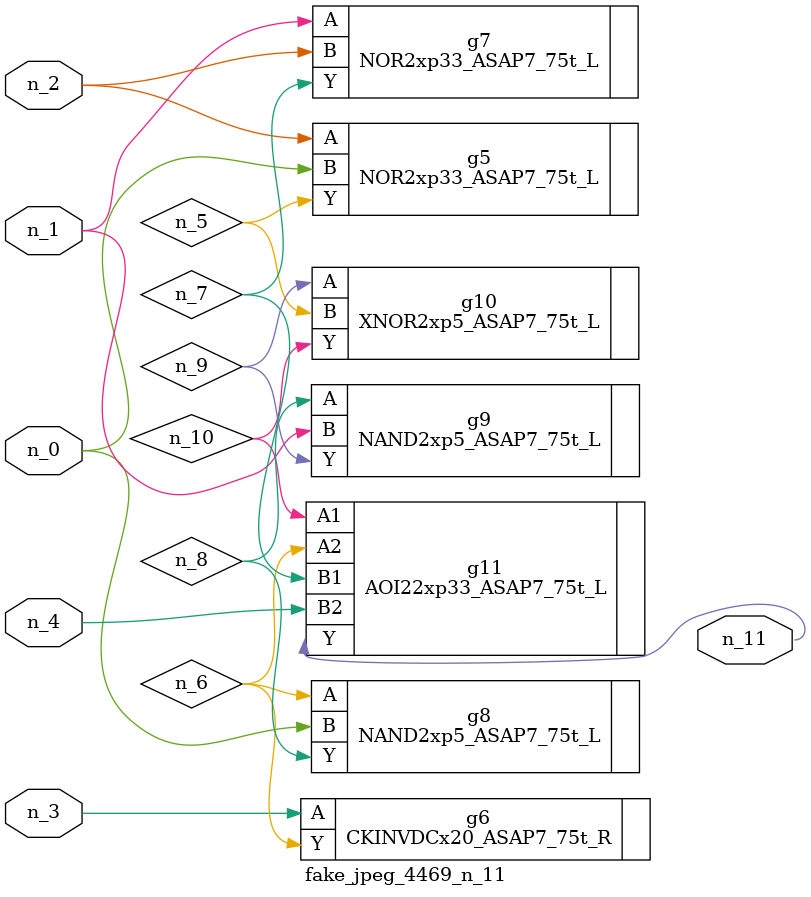
<source format=v>
module fake_jpeg_4469_n_11 (n_3, n_2, n_1, n_0, n_4, n_11);

input n_3;
input n_2;
input n_1;
input n_0;
input n_4;

output n_11;

wire n_10;
wire n_8;
wire n_9;
wire n_6;
wire n_5;
wire n_7;

NOR2xp33_ASAP7_75t_L g5 ( 
.A(n_2),
.B(n_0),
.Y(n_5)
);

CKINVDCx20_ASAP7_75t_R g6 ( 
.A(n_3),
.Y(n_6)
);

NOR2xp33_ASAP7_75t_L g7 ( 
.A(n_1),
.B(n_2),
.Y(n_7)
);

NAND2xp5_ASAP7_75t_L g8 ( 
.A(n_6),
.B(n_0),
.Y(n_8)
);

NAND2xp5_ASAP7_75t_L g9 ( 
.A(n_8),
.B(n_1),
.Y(n_9)
);

XNOR2xp5_ASAP7_75t_L g10 ( 
.A(n_9),
.B(n_5),
.Y(n_10)
);

AOI22xp33_ASAP7_75t_L g11 ( 
.A1(n_10),
.A2(n_6),
.B1(n_7),
.B2(n_4),
.Y(n_11)
);


endmodule
</source>
